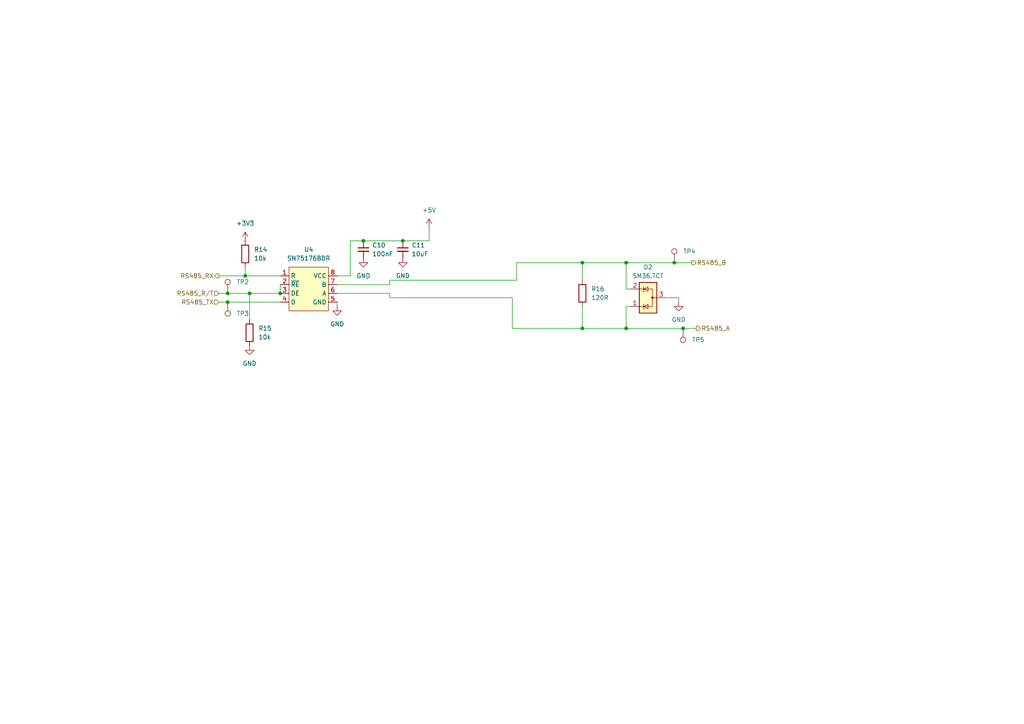
<source format=kicad_sch>
(kicad_sch (version 20250114) (generator "eeschema") (generator_version "9.0")
  (paper "A4")
  (lib_symbols
    (symbol "Connector:TestPoint" (pin_numbers (hide yes)) (pin_names (offset 0.762) (hide yes))
      (property "Reference" "TP" (at 0 6.858 0))
      (property "Value" "TestPoint" (at 0 5.08 0))
      (symbol "TestPoint_0_1"
        (circle (center 0 3.302) (radius 0.762))
      )
      (symbol "TestPoint_1_1"
        (pin passive line (at 0 0 90) (length 2.54) (name "1") (number "1"))
      )
    )
    (symbol "Device:C_Small" (pin_numbers (hide yes)) (pin_names (offset 0.254) (hide yes))
      (property "Reference" "C" (at 0.254 1.778 0))
      (property "Value" "C_Small" (at 0.254 -2.032 0))
      (symbol "C_Small_0_1"
        (polyline (pts (xy -1.524 0.508) (xy 1.524 0.508)) (stroke (width 0.3048)))
        (polyline (pts (xy -1.524 -0.508) (xy 1.524 -0.508)) (stroke (width 0.3302)))
      )
      (symbol "C_Small_1_1"
        (pin passive line (at 0 2.54 270) (length 2.032) (name "~") (number "1"))
        (pin passive line (at 0 -2.54 90) (length 2.032) (name "~") (number "2"))
      )
    )
    (symbol "Device:R" (pin_numbers (hide yes)) (pin_names (offset 0))
      (property "Reference" "R" (at 2.032 0 90))
      (property "Value" "R" (at 0 0 90))
      (symbol "R_0_1"
        (rectangle (start -1.016 -2.54) (end 1.016 2.54) (stroke (width 0.254)))
      )
      (symbol "R_1_1"
        (pin passive line (at 0 3.81 270) (length 1.27) (name "~") (number "1"))
        (pin passive line (at 0 -3.81 90) (length 1.27) (name "~") (number "2"))
      )
    )
    (symbol "Power_Protection:SP0502BAHT" (pin_names (hide yes))
      (property "Reference" "D" (at 5.715 2.54 0))
      (property "Value" "SP0502BAHT" (at 5.715 0.635 0))
      (symbol "SP0502BAHT_0_0"
        (pin passive line (at 0 -5.08 90) (length 2.54) (name "A") (number "3"))
      )
      (symbol "SP0502BAHT_0_1"
        (rectangle (start -4.445 2.54) (end 4.445 -2.54) (stroke (width 0.254)) (fill (type background)))
        (polyline (pts (xy -3.302 1.016) (xy -3.302 1.27) (xy -1.905 1.27) (xy -1.778 1.27)))
        (polyline (pts (xy -2.54 2.54) (xy -2.54 1.27)))
        (polyline (pts (xy -2.54 1.27) (xy -2.54 -1.27) (xy 2.54 -1.27) (xy 2.54 1.27)))
        (polyline (pts (xy -2.54 1.27) (xy -1.905 0) (xy -3.175 0) (xy -2.54 1.27)))
        (polyline (pts (xy 0 -1.27) (xy 0 -2.54)))
        (circle (center 0 -1.27) (radius 0.254) (fill (type outline)))
        (polyline (pts (xy 1.778 1.016) (xy 1.778 1.27) (xy 3.175 1.27) (xy 3.302 1.27)))
        (polyline (pts (xy 2.54 2.54) (xy 2.54 1.27)))
        (polyline (pts (xy 2.54 1.27) (xy 1.905 0) (xy 3.175 0) (xy 2.54 1.27)))
      )
      (symbol "SP0502BAHT_1_1"
        (pin passive line (at -2.54 5.08 270) (length 2.54) (name "K") (number "1"))
        (pin passive line (at 2.54 5.08 270) (length 2.54) (name "K") (number "2"))
      )
    )
    (symbol "my_library:SN75176BDR"
      (property "Reference" "U" (at 0 4.064 0))
      (property "Value" "SN75176BDR" (at 0 4.064 0))
      (symbol "SN75176BDR_1_1"
        (rectangle (start -6.35 2.54) (end 5.08 -10.16) (fill (type background)))
        (pin bidirectional line (at -8.89 0 0) (length 2.54) (name "R") (number "1"))
        (pin bidirectional line (at -8.89 -2.54 0) (length 2.54) (name "~{RE}") (number "2"))
        (pin bidirectional line (at -8.89 -5.08 0) (length 2.54) (name "DE") (number "3"))
        (pin bidirectional line (at -8.89 -7.62 0) (length 2.54) (name "D") (number "4"))
        (pin power_in line (at 7.62 0 180) (length 2.54) (name "VCC") (number "8"))
        (pin bidirectional line (at 7.62 -2.54 180) (length 2.54) (name "B") (number "7"))
        (pin bidirectional line (at 7.62 -5.08 180) (length 2.54) (name "A") (number "6"))
        (pin power_in line (at 7.62 -7.62 180) (length 2.54) (name "GND") (number "5"))
      )
    )
    (symbol "power:+3V3" (power) (pin_names (offset 0))
      (property "Value" "+3V3" (at 0 3.556 0))
      (symbol "+3V3_0_1"
        (polyline (pts (xy -0.762 1.27) (xy 0 2.54)))
        (polyline (pts (xy 0 2.54) (xy 0.762 1.27)))
        (polyline (pts (xy 0 0) (xy 0 2.54)))
      )
      (symbol "+3V3_1_1"
        (pin power_in line (at 0 0 90) (length 0) (hide yes) (name "+3V3") (number "1"))
      )
    )
    (symbol "power:+5V" (power) (pin_names (offset 0))
      (property "Value" "+5V" (at 0 3.556 0))
      (symbol "+5V_0_1"
        (polyline (pts (xy -0.762 1.27) (xy 0 2.54)))
        (polyline (pts (xy 0 2.54) (xy 0.762 1.27)))
        (polyline (pts (xy 0 0) (xy 0 2.54)))
      )
      (symbol "+5V_1_1"
        (pin power_in line (at 0 0 90) (length 0) (hide yes) (name "+5V") (number "1"))
      )
    )
    (symbol "power:GND" (power) (pin_names (offset 0))
      (property "Value" "GND" (at 0 -3.81 0))
      (symbol "GND_0_1"
        (polyline (pts (xy 0 0) (xy 0 -1.27) (xy 1.27 -1.27) (xy 0 -2.54) (xy -1.27 -1.27) (xy 0 -1.27)))
      )
      (symbol "GND_1_1"
        (pin power_in line (at 0 0 270) (length 0) (hide yes) (name "GND") (number "1"))
      )
    )
  )
  (junction (at 168.91 76.2))
  (junction (at 195.58 76.2))
  (junction (at 66.04 85.09))
  (junction (at 72.39 85.09))
  (junction (at 198.12 95.25))
  (junction (at 116.84 69.85))
  (junction (at 181.61 76.2))
  (junction (at 168.91 95.25))
  (junction (at 105.41 69.85))
  (junction (at 66.04 87.63))
  (junction (at 181.61 95.25))
  (junction (at 81.28 85.09))
  (junction (at 71.12 80.01))
  (wire (pts (xy 182.88 83.82) (xy 181.61 83.82)))
  (wire (pts (xy 66.04 85.09) (xy 72.39 85.09)))
  (wire (pts (xy 72.39 85.09) (xy 81.28 85.09)))
  (wire (pts (xy 113.03 86.36) (xy 148.59 86.36)))
  (wire (pts (xy 113.03 81.28) (xy 113.03 82.55)))
  (wire (pts (xy 181.61 83.82) (xy 181.61 76.2)))
  (wire (pts (xy 168.91 95.25) (xy 181.61 95.25)))
  (wire (pts (xy 181.61 76.2) (xy 195.58 76.2)))
  (wire (pts (xy 101.6 69.85) (xy 105.41 69.85)))
  (wire (pts (xy 124.46 66.04) (xy 124.46 69.85)))
  (wire (pts (xy 196.85 86.36) (xy 196.85 87.63)))
  (wire (pts (xy 113.03 81.28) (xy 149.86 81.28)))
  (wire (pts (xy 113.03 85.09) (xy 97.79 85.09)))
  (wire (pts (xy 63.5 80.01) (xy 71.12 80.01)))
  (wire (pts (xy 182.88 88.9) (xy 181.61 88.9)))
  (wire (pts (xy 148.59 86.36) (xy 148.59 95.25)))
  (wire (pts (xy 116.84 69.85) (xy 124.46 69.85)))
  (wire (pts (xy 168.91 76.2) (xy 168.91 81.28)))
  (wire (pts (xy 198.12 95.25) (xy 181.61 95.25)))
  (wire (pts (xy 181.61 88.9) (xy 181.61 95.25)))
  (wire (pts (xy 168.91 88.9) (xy 168.91 95.25)))
  (wire (pts (xy 97.79 80.01) (xy 101.6 80.01)))
  (wire (pts (xy 195.58 76.2) (xy 200.66 76.2)))
  (wire (pts (xy 113.03 86.36) (xy 113.03 85.09)))
  (wire (pts (xy 148.59 95.25) (xy 168.91 95.25)))
  (wire (pts (xy 149.86 81.28) (xy 149.86 76.2)))
  (wire (pts (xy 66.04 87.63) (xy 81.28 87.63)))
  (wire (pts (xy 71.12 80.01) (xy 81.28 80.01)))
  (wire (pts (xy 168.91 76.2) (xy 181.61 76.2)))
  (wire (pts (xy 193.04 86.36) (xy 196.85 86.36)))
  (wire (pts (xy 97.79 87.63) (xy 97.79 88.9)))
  (wire (pts (xy 198.12 95.25) (xy 201.93 95.25)))
  (wire (pts (xy 97.79 82.55) (xy 113.03 82.55)))
  (wire (pts (xy 101.6 80.01) (xy 101.6 69.85)))
  (wire (pts (xy 63.5 87.63) (xy 66.04 87.63)))
  (wire (pts (xy 149.86 76.2) (xy 168.91 76.2)))
  (wire (pts (xy 63.5 85.09) (xy 66.04 85.09)))
  (wire (pts (xy 81.28 82.55) (xy 81.28 85.09)))
  (wire (pts (xy 71.12 77.47) (xy 71.12 80.01)))
  (wire (pts (xy 72.39 85.09) (xy 72.39 92.71)))
  (wire (pts (xy 105.41 69.85) (xy 116.84 69.85)))
  (hierarchical_label "RS485_RX" (shape output) (at 63.5 80.01 180))
  (hierarchical_label "RS485_R{slash}T" (shape input) (at 63.5 85.09 180))
  (hierarchical_label "RS485_B" (shape output) (at 200.66 76.2 0))
  (hierarchical_label "RS485_TX" (shape input) (at 63.5 87.63 180))
  (hierarchical_label "RS485_A" (shape output) (at 201.93 95.25 0))
  (symbol (lib_id "power:GND") (at 72.39 100.33 0) (unit 1)
    (property "Reference" "#PWR032" (effects (hide yes)))
    (property "Value" "GND" (at 72.39 105.41 0))
    (property "Description" "Power symbol creates a global label with name \"GND\" , ground" (effects (hide yes)))
  )
  (symbol (lib_id "Connector:TestPoint") (at 66.04 87.63 180) (unit 1)
    (property "Reference" "TP3" (at 68.58 90.9319 0) (effects (justify right)))
    (property "Value" "TestPoint" (effects (hide yes)))
    (property "Footprint" "TestPoint:TestPoint_Pad_D1.5mm" (effects (hide yes)))
    (property "Description" "test point" (effects (hide yes)))
  )
  (symbol (lib_id "Connector:TestPoint") (at 195.58 76.2 0) (unit 1)
    (property "Reference" "TP4" (at 198.12 72.8979 0) (effects (justify left)))
    (property "Value" "TestPoint" (effects (hide yes)))
    (property "Footprint" "TestPoint:TestPoint_Pad_D1.5mm" (effects (hide yes)))
    (property "Description" "test point" (effects (hide yes)))
  )
  (symbol (lib_id "Connector:TestPoint") (at 66.04 85.09 0) (unit 1)
    (property "Reference" "TP2" (at 68.58 81.7879 0) (effects (justify left)))
    (property "Value" "TestPoint" (effects (hide yes)))
    (property "Footprint" "TestPoint:TestPoint_Pad_D1.5mm" (effects (hide yes)))
    (property "Description" "test point" (effects (hide yes)))
  )
  (symbol (lib_id "Device:R") (at 72.39 96.52 0) (unit 1)
    (property "Reference" "R15" (at 74.93 95.2499 0) (effects (justify left)))
    (property "Value" "10k" (at 74.93 97.7899 0) (effects (justify left)))
    (property "Footprint" "Resistor_SMD:R_0603_1608Metric_Pad0.98x0.95mm_HandSolder" (effects (hide yes)))
    (property "Description" "Resistor" (effects (hide yes)))
  )
  (symbol (lib_id "Device:C_Small") (at 116.84 72.39 0) (unit 1)
    (property "Reference" "C11" (at 119.38 71.1262 0) (effects (justify left)))
    (property "Value" "10uF" (at 119.38 73.6662 0) (effects (justify left)))
    (property "Footprint" "Capacitor_SMD:C_0603_1608Metric_Pad1.08x0.95mm_HandSolder" (effects (hide yes)))
    (property "Description" "Unpolarized capacitor, small symbol" (effects (hide yes)))
  )
  (symbol (lib_id "Connector:TestPoint") (at 198.12 95.25 180) (unit 1)
    (property "Reference" "TP5" (at 200.66 98.5519 0) (effects (justify right)))
    (property "Value" "TestPoint" (effects (hide yes)))
    (property "Footprint" "TestPoint:TestPoint_Pad_D1.5mm" (effects (hide yes)))
    (property "Description" "test point" (effects (hide yes)))
  )
  (symbol (lib_id "Device:C_Small") (at 105.41 72.39 0) (unit 1)
    (property "Reference" "C10" (at 107.95 71.1262 0) (effects (justify left)))
    (property "Value" "100nF" (at 107.95 73.6662 0) (effects (justify left)))
    (property "Footprint" "Capacitor_SMD:C_0603_1608Metric_Pad1.08x0.95mm_HandSolder" (effects (hide yes)))
    (property "Description" "Unpolarized capacitor, small symbol" (effects (hide yes)))
  )
  (symbol (lib_id "my_library:SN75176BDR") (at 90.17 80.01 0) (unit 1)
    (property "Reference" "U4" (at 89.535 72.39 0))
    (property "Value" "SN75176BDR" (at 89.535 74.93 0))
    (property "Footprint" "Package_SO:SO-8_3.9x4.9mm_P1.27mm" (effects (hide yes)))
    (property "Datasheet" "https://www.ti.com/lit/ds/symlink/sn65176b.pdf?ts=1709368635906&ref_url=https%253A%252F%252Feu.mouser.com%252F" (effects (hide yes)))
  )
  (symbol (lib_id "power:GND") (at 97.79 88.9 0) (unit 1)
    (property "Reference" "#PWR033" (effects (hide yes)))
    (property "Value" "GND" (at 97.79 93.98 0))
    (property "Description" "Power symbol creates a global label with name \"GND\" , ground" (effects (hide yes)))
  )
  (symbol (lib_id "power:GND") (at 196.85 87.63 0) (unit 1)
    (property "Reference" "#PWR037" (effects (hide yes)))
    (property "Value" "GND" (at 196.85 92.71 0))
    (property "Description" "Power symbol creates a global label with name \"GND\" , ground" (effects (hide yes)))
  )
  (symbol (lib_id "power:+5V") (at 124.46 66.04 0) (unit 1)
    (property "Reference" "#PWR036" (effects (hide yes)))
    (property "Value" "+5V" (at 124.46 60.96 0))
    (property "Description" "Power symbol creates a global label with name \"+5V\"" (effects (hide yes)))
  )
  (symbol (lib_id "power:+3V3") (at 71.12 69.85 0) (unit 1)
    (property "Reference" "#PWR031" (effects (hide yes)))
    (property "Value" "+3V3" (at 71.12 64.77 0))
    (property "Description" "Power symbol creates a global label with name \"+3V3\"" (effects (hide yes)))
  )
  (symbol (lib_id "Device:R") (at 71.12 73.66 0) (unit 1)
    (property "Reference" "R14" (at 73.66 72.3899 0) (effects (justify left)))
    (property "Value" "10k" (at 73.66 74.9299 0) (effects (justify left)))
    (property "Footprint" "Resistor_SMD:R_0603_1608Metric_Pad0.98x0.95mm_HandSolder" (effects (hide yes)))
    (property "Description" "Resistor" (effects (hide yes)))
  )
  (symbol (lib_id "Device:R") (at 168.91 85.09 0) (unit 1)
    (property "Reference" "R16" (at 171.45 83.8199 0) (effects (justify left)))
    (property "Value" "120R" (at 171.45 86.3599 0) (effects (justify left)))
    (property "Footprint" "Resistor_SMD:R_0603_1608Metric_Pad0.98x0.95mm_HandSolder" (effects (hide yes)))
    (property "Description" "Resistor" (effects (hide yes)))
  )
  (symbol (lib_id "power:GND") (at 105.41 74.93 0) (unit 1)
    (property "Reference" "#PWR034" (effects (hide yes)))
    (property "Value" "GND" (at 105.41 80.01 0))
    (property "Description" "Power symbol creates a global label with name \"GND\" , ground" (effects (hide yes)))
  )
  (symbol (lib_id "power:GND") (at 116.84 74.93 0) (unit 1)
    (property "Reference" "#PWR035" (effects (hide yes)))
    (property "Value" "GND" (at 116.84 80.01 0))
    (property "Description" "Power symbol creates a global label with name \"GND\" , ground" (effects (hide yes)))
  )
  (symbol (lib_id "Power_Protection:SP0502BAHT") (at 187.96 86.36 90) (unit 1)
    (property "Reference" "D2" (at 187.96 77.47 90))
    (property "Value" "SM36.TCT" (at 187.96 80.01 90))
    (property "Footprint" "Package_TO_SOT_SMD:SOT-23" (effects (hide yes)))
    (property "Datasheet" "https://www.tme.eu/pl/details/sm36.tct/diody-zabezpieczajace-drabinki/semtech/" (effects (hide yes)))
  )
)
</source>
